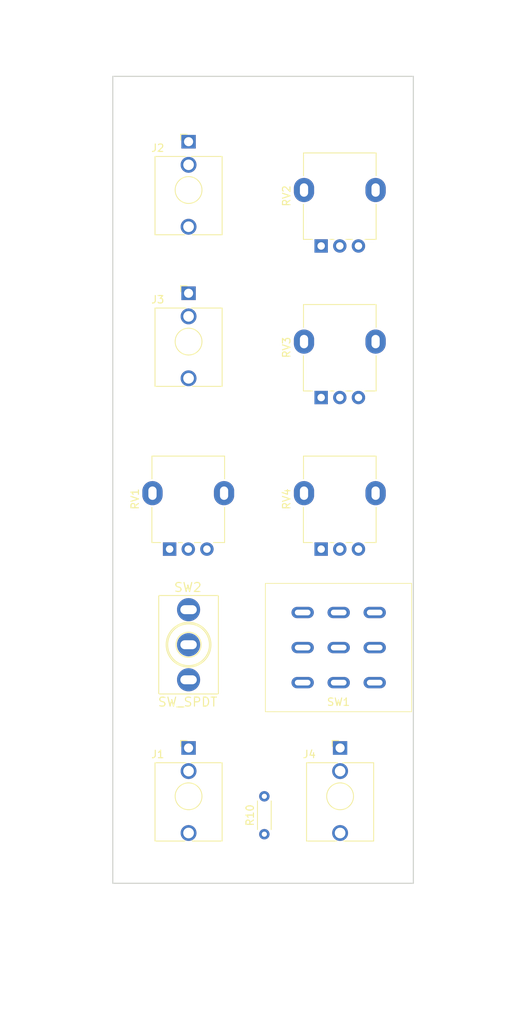
<source format=kicad_pcb>
(kicad_pcb (version 20171130) (host pcbnew 5.1.10)

  (general
    (thickness 1.6)
    (drawings 15)
    (tracks 0)
    (zones 0)
    (modules 15)
    (nets 29)
  )

  (page A4)
  (title_block
    (title "(title)")
    (comment 1 "PCB for panel")
    (comment 2 "(description)")
    (comment 4 "License CC BY 4.0 - Attribution 4.0 International")
  )

  (layers
    (0 F.Cu signal)
    (31 B.Cu signal)
    (32 B.Adhes user)
    (33 F.Adhes user)
    (34 B.Paste user)
    (35 F.Paste user)
    (36 B.SilkS user)
    (37 F.SilkS user)
    (38 B.Mask user)
    (39 F.Mask user)
    (40 Dwgs.User user)
    (41 Cmts.User user)
    (42 Eco1.User user)
    (43 Eco2.User user)
    (44 Edge.Cuts user)
    (45 Margin user)
    (46 B.CrtYd user)
    (47 F.CrtYd user)
    (48 B.Fab user)
    (49 F.Fab user)
  )

  (setup
    (last_trace_width 0.25)
    (user_trace_width 0.381)
    (user_trace_width 0.762)
    (trace_clearance 0.2)
    (zone_clearance 0.508)
    (zone_45_only no)
    (trace_min 0.2)
    (via_size 0.8)
    (via_drill 0.4)
    (via_min_size 0.4)
    (via_min_drill 0.3)
    (uvia_size 0.3)
    (uvia_drill 0.1)
    (uvias_allowed no)
    (uvia_min_size 0.2)
    (uvia_min_drill 0.1)
    (edge_width 0.05)
    (segment_width 0.2)
    (pcb_text_width 0.3)
    (pcb_text_size 1.5 1.5)
    (mod_edge_width 0.12)
    (mod_text_size 1 1)
    (mod_text_width 0.15)
    (pad_size 1.524 1.524)
    (pad_drill 0.762)
    (pad_to_mask_clearance 0)
    (aux_axis_origin 0 0)
    (visible_elements FFFFFF7F)
    (pcbplotparams
      (layerselection 0x010fc_ffffffff)
      (usegerberextensions false)
      (usegerberattributes true)
      (usegerberadvancedattributes true)
      (creategerberjobfile true)
      (excludeedgelayer true)
      (linewidth 0.100000)
      (plotframeref false)
      (viasonmask false)
      (mode 1)
      (useauxorigin false)
      (hpglpennumber 1)
      (hpglpenspeed 20)
      (hpglpendiameter 15.000000)
      (psnegative false)
      (psa4output false)
      (plotreference true)
      (plotvalue true)
      (plotinvisibletext false)
      (padsonsilk false)
      (subtractmaskfromsilk false)
      (outputformat 1)
      (mirror false)
      (drillshape 1)
      (scaleselection 1)
      (outputdirectory ""))
  )

  (net 0 "")
  (net 1 GND)
  (net 2 +15V)
  (net 3 "Net-(J2-PadT)")
  (net 4 "Net-(J3-PadT)")
  (net 5 "Net-(SW1-Pad7)")
  (net 6 "Net-(SW1-Pad6)")
  (net 7 "Net-(SW1-Pad3)")
  (net 8 /S4)
  (net 9 /S3)
  (net 10 "Net-(J2-PadTN)")
  (net 11 "Net-(J3-PadTN)")
  (net 12 "Net-(J4-PadTN)")
  (net 13 "Net-(J4-PadT)")
  (net 14 /S1)
  (net 15 /S2)
  (net 16 "Net-(J1-PadTN)")
  (net 17 "Net-(J1-PadS)")
  (net 18 "Net-(J1-PadT)")
  (net 19 "Net-(R10-Pad2)")
  (net 20 "Net-(RV1-Pad2)")
  (net 21 "Net-(RV2-Pad2)")
  (net 22 "Net-(RV3-Pad2)")
  (net 23 "Net-(RV4-Pad3)")
  (net 24 "Net-(RV4-Pad2)")
  (net 25 "Net-(RV4-Pad1)")
  (net 26 "Net-(SW2-Pad1)")
  (net 27 "Net-(SW2-Pad2)")
  (net 28 "Net-(SW2-Pad3)")

  (net_class Default "This is the default net class."
    (clearance 0.2)
    (trace_width 0.25)
    (via_dia 0.8)
    (via_drill 0.4)
    (uvia_dia 0.3)
    (uvia_drill 0.1)
    (add_net +15V)
    (add_net /S1)
    (add_net /S2)
    (add_net /S3)
    (add_net /S4)
    (add_net GND)
    (add_net "Net-(J1-PadS)")
    (add_net "Net-(J1-PadT)")
    (add_net "Net-(J1-PadTN)")
    (add_net "Net-(J2-PadT)")
    (add_net "Net-(J2-PadTN)")
    (add_net "Net-(J3-PadT)")
    (add_net "Net-(J3-PadTN)")
    (add_net "Net-(J4-PadT)")
    (add_net "Net-(J4-PadTN)")
    (add_net "Net-(R10-Pad2)")
    (add_net "Net-(RV1-Pad2)")
    (add_net "Net-(RV2-Pad2)")
    (add_net "Net-(RV3-Pad2)")
    (add_net "Net-(RV4-Pad1)")
    (add_net "Net-(RV4-Pad2)")
    (add_net "Net-(RV4-Pad3)")
    (add_net "Net-(SW1-Pad3)")
    (add_net "Net-(SW1-Pad6)")
    (add_net "Net-(SW1-Pad7)")
    (add_net "Net-(SW2-Pad1)")
    (add_net "Net-(SW2-Pad2)")
    (add_net "Net-(SW2-Pad3)")
  )

  (module elektrophon:SPDT_KIT (layer F.Cu) (tedit 5D74BD61) (tstamp 6117E400)
    (at 60.96 127)
    (path /61178968)
    (fp_text reference SW2 (at -2.032 -6.985) (layer F.SilkS)
      (effects (font (size 1.2065 1.2065) (thickness 0.1524)) (justify left bottom))
    )
    (fp_text value SW_SPDT (at -4.191 8.382) (layer F.SilkS)
      (effects (font (size 1.2065 1.2065) (thickness 0.1524)) (justify left bottom))
    )
    (fp_arc (start -3.8735 -6.477) (end -3.8735 -6.604) (angle -90) (layer F.SilkS) (width 0.125))
    (fp_arc (start 3.8735 6.477) (end 3.8735 6.604) (angle -90) (layer F.SilkS) (width 0.125))
    (fp_arc (start 3.8735 -6.477) (end 4.0005 -6.477) (angle -90) (layer F.SilkS) (width 0.125))
    (fp_arc (start -3.8735 6.477) (end -4.0005 6.477) (angle -90) (layer F.SilkS) (width 0.125))
    (fp_circle (center 0 0) (end 0.3175 -1.651) (layer F.SilkS) (width 0.125))
    (fp_circle (center 0 0) (end 0.254 -2.794) (layer F.SilkS) (width 0.125))
    (fp_circle (center 0 0) (end 2.4765 0) (layer Cmts.User) (width 0.0254))
    (fp_circle (center 0 0) (end 3 0) (layer F.SilkS) (width 0.125))
    (fp_line (start -4 6.5) (end -4 -6.5) (layer F.SilkS) (width 0.125))
    (fp_line (start 3.9 6.6) (end -3.9 6.6) (layer F.SilkS) (width 0.125))
    (fp_line (start 4 -6.5) (end 4 6.5) (layer F.SilkS) (width 0.125))
    (fp_line (start -3.9 -6.6) (end 3.9 -6.6) (layer F.SilkS) (width 0.125))
    (pad 1 thru_hole circle (at 0 -4.7) (size 3.1 3.1) (drill oval 2.2 1.2) (layers *.Cu *.Mask)
      (net 26 "Net-(SW2-Pad1)"))
    (pad 2 thru_hole circle (at 0 0) (size 3.1 3.1) (drill oval 2.2 1.2) (layers *.Cu *.Mask)
      (net 27 "Net-(SW2-Pad2)"))
    (pad 3 thru_hole circle (at 0 4.7) (size 3.1 3.1) (drill oval 2.2 1.2) (layers *.Cu *.Mask)
      (net 28 "Net-(SW2-Pad3)"))
    (model "/Users/design/Google Drive/4ms/kicad/packages3d/spdt-toggle-submini.wrl"
      (offset (xyz 0 0 2.79399995803833))
      (scale (xyz 0.39 0.39 0.39))
      (rotate (xyz 270 0 90))
    )
    (model "/home/etienne/Projects/elektrophon/lib/kicad/models/SPDT Toggle Switch.stp"
      (offset (xyz 3.5 -12 0))
      (scale (xyz 1 1 1))
      (rotate (xyz -90 0 90))
    )
  )

  (module elektrophon:3PDT (layer F.Cu) (tedit 61177F40) (tstamp 6117CAB5)
    (at 81.06 127.38)
    (path /6117D57A)
    (fp_text reference SW1 (at 0 7.3) (layer F.SilkS)
      (effects (font (size 1 1) (thickness 0.15)))
    )
    (fp_text value SWITCH_3PDT (at 0 -7.2) (layer F.Fab)
      (effects (font (size 1 1) (thickness 0.15)))
    )
    (fp_line (start 0 8.6) (end -8.6 8.6) (layer F.SilkS) (width 0.1))
    (fp_line (start 9.8 8.6) (end 0 8.6) (layer F.SilkS) (width 0.1))
    (fp_line (start 9.8 0) (end 9.8 8.6) (layer F.SilkS) (width 0.1))
    (fp_line (start 9.8 -8.6) (end 9.8 0) (layer F.SilkS) (width 0.1))
    (fp_line (start -8.6 -8.6) (end 0 -8.6) (layer F.SilkS) (width 0.1))
    (fp_line (start -9.8 -8.6) (end -8.6 -8.6) (layer F.SilkS) (width 0.1))
    (fp_line (start -9.8 0) (end -9.8 -8.6) (layer F.SilkS) (width 0.1))
    (fp_line (start -9.8 8.6) (end -9.8 0) (layer F.SilkS) (width 0.1))
    (fp_line (start -8.6 8.6) (end -9.8 8.6) (layer F.SilkS) (width 0.1))
    (fp_line (start 9.8 -8.6) (end 9.7 -8.6) (layer F.SilkS) (width 0.1))
    (fp_line (start 0 -8.6) (end 9.8 -8.6) (layer F.SilkS) (width 0.1))
    (pad 1 thru_hole oval (at 4.86 4.7) (size 3 1.524) (drill oval 2.1 0.762) (layers *.Cu *.Mask)
      (net 1 GND))
    (pad 4 thru_hole oval (at 0.03 4.7) (size 3 1.524) (drill oval 2.1 0.762) (layers *.Cu *.Mask)
      (net 1 GND))
    (pad 7 thru_hole oval (at -4.8 4.7) (size 3 1.524) (drill oval 2.1 0.762) (layers *.Cu *.Mask)
      (net 5 "Net-(SW1-Pad7)"))
    (pad 2 thru_hole oval (at 4.86 0) (size 3 1.524) (drill oval 2.1 0.762) (layers *.Cu *.Mask)
      (net 14 /S1))
    (pad 5 thru_hole oval (at 0.03 0) (size 3 1.524) (drill oval 2.1 0.762) (layers *.Cu *.Mask)
      (net 15 /S2))
    (pad 8 thru_hole oval (at -4.8 0) (size 3 1.524) (drill oval 2.1 0.762) (layers *.Cu *.Mask)
      (net 9 /S3))
    (pad 3 thru_hole oval (at 4.86 -4.7) (size 3 1.524) (drill oval 2.1 0.762) (layers *.Cu *.Mask)
      (net 7 "Net-(SW1-Pad3)"))
    (pad 6 thru_hole oval (at 0.03 -4.7) (size 3 1.524) (drill oval 2.1 0.762) (layers *.Cu *.Mask)
      (net 6 "Net-(SW1-Pad6)"))
    (pad 9 thru_hole oval (at -4.8 -4.7) (size 3 1.524) (drill oval 2.1 0.762) (layers *.Cu *.Mask)
      (net 8 /S4))
    (model /home/etienne/Documents/elektrophon/lib/kicad/models/M2033SS1W01.stp
      (offset (xyz 0 0 12))
      (scale (xyz 1 1 1))
      (rotate (xyz -90 0 0))
    )
  )

  (module elektrophon:Jack_3.5mm_WQP-PJ398SM_Vertical (layer F.Cu) (tedit 5DA46BDA) (tstamp 611781CA)
    (at 60.96 147.32)
    (descr "TRS 3.5mm, vertical, Thonkiconn, PCB mount, (http://www.qingpu-electronics.com/en/products/WQP-PJ398SM-362.html)")
    (tags "WQP-PJ398SM WQP-PJ301M-12 TRS 3.5mm mono vertical jack thonkiconn qingpu")
    (path /611C9A2D)
    (fp_text reference J1 (at -4.13 -5.63) (layer F.SilkS)
      (effects (font (size 1 1) (thickness 0.15)))
    )
    (fp_text value IN (at 0 -1.48) (layer F.Fab)
      (effects (font (size 1 1) (thickness 0.15)))
    )
    (fp_line (start 0 -6.48) (end 0 -4.45) (layer F.Fab) (width 0.1))
    (fp_circle (center 0 0) (end 1.8 0) (layer F.Fab) (width 0.1))
    (fp_line (start 4.5 -4.45) (end -4.5 -4.45) (layer F.Fab) (width 0.1))
    (fp_line (start 5 -7.9) (end -5 -7.9) (layer F.CrtYd) (width 0.05))
    (fp_line (start 5 6.5) (end -5 6.5) (layer F.CrtYd) (width 0.05))
    (fp_line (start 5 6.5) (end 5 -7.9) (layer F.CrtYd) (width 0.05))
    (fp_line (start 4.5 6) (end -4.5 6) (layer F.Fab) (width 0.1))
    (fp_line (start 4.5 6) (end 4.5 -4.4) (layer F.Fab) (width 0.1))
    (fp_line (start -1.06 -7.48) (end -0.2 -7.48) (layer F.SilkS) (width 0.12))
    (fp_line (start -1.06 -7.48) (end -1.06 -6.68) (layer F.SilkS) (width 0.12))
    (fp_circle (center 0 0) (end 1.8 0) (layer F.SilkS) (width 0.12))
    (fp_line (start -0.35 -4.5) (end -4.5 -4.5) (layer F.SilkS) (width 0.12))
    (fp_line (start 4.5 -4.5) (end 0.35 -4.5) (layer F.SilkS) (width 0.12))
    (fp_line (start -0.5 6) (end -4.5 6) (layer F.SilkS) (width 0.12))
    (fp_line (start 4.5 6) (end 0.5 6) (layer F.SilkS) (width 0.12))
    (fp_line (start -1.41 -0.46) (end -0.46 -1.41) (layer Dwgs.User) (width 0.12))
    (fp_line (start -1.42 0.395) (end 0.4 -1.42) (layer Dwgs.User) (width 0.12))
    (fp_line (start -1.07 1.01) (end 1.01 -1.07) (layer Dwgs.User) (width 0.12))
    (fp_line (start -0.58 1.35) (end 1.36 -0.59) (layer Dwgs.User) (width 0.12))
    (fp_line (start 0.09 1.48) (end 1.48 0.09) (layer Dwgs.User) (width 0.12))
    (fp_circle (center 0 0) (end 1.5 0) (layer Dwgs.User) (width 0.12))
    (fp_line (start 4.5 -4.5) (end 4.5 6) (layer F.SilkS) (width 0.12))
    (fp_line (start -4.5 -4.5) (end -4.5 6) (layer F.SilkS) (width 0.12))
    (fp_line (start -4.5 6) (end -4.5 -4.4) (layer F.Fab) (width 0.1))
    (fp_line (start -5 6.5) (end -5 -7.9) (layer F.CrtYd) (width 0.05))
    (fp_text user KEEPOUT (at 0 0 180) (layer Cmts.User)
      (effects (font (size 0.4 0.4) (thickness 0.051)))
    )
    (fp_text user %R (at 0 1.52) (layer F.Fab)
      (effects (font (size 1 1) (thickness 0.15)))
    )
    (pad TN thru_hole circle (at 0 -3.38 180) (size 2.13 2.13) (drill 1.42) (layers *.Cu *.Mask)
      (net 16 "Net-(J1-PadTN)"))
    (pad S thru_hole rect (at 0 -6.48 180) (size 1.93 1.83) (drill 1.22) (layers *.Cu *.Mask)
      (net 17 "Net-(J1-PadS)"))
    (pad T thru_hole circle (at 0 4.92 180) (size 2.13 2.13) (drill 1.43) (layers *.Cu *.Mask)
      (net 18 "Net-(J1-PadT)"))
    (model ${KISYS3DMOD}/Connector_Audio.3dshapes/Jack_3.5mm_QingPu_WQP-PJ398SM_Vertical.wrl
      (at (xyz 0 0 0))
      (scale (xyz 1 1 1))
      (rotate (xyz 0 0 0))
    )
    (model "${KIPRJMOD}/../../../lib/kicad/models/PJ301M-12 Thonkiconn v0.2.stp"
      (offset (xyz 0 -1 0))
      (scale (xyz 1 1 1))
      (rotate (xyz 0 0 180))
    )
  )

  (module elektrophon:Jack_3.5mm_WQP-PJ398SM_Vertical (layer F.Cu) (tedit 5DA46BDA) (tstamp 6117DE7E)
    (at 81.28 147.32)
    (descr "TRS 3.5mm, vertical, Thonkiconn, PCB mount, (http://www.qingpu-electronics.com/en/products/WQP-PJ398SM-362.html)")
    (tags "WQP-PJ398SM WQP-PJ301M-12 TRS 3.5mm mono vertical jack thonkiconn qingpu")
    (path /612055E8)
    (fp_text reference J4 (at -4.13 -5.63) (layer F.SilkS)
      (effects (font (size 1 1) (thickness 0.15)))
    )
    (fp_text value CV (at 0 -1.48) (layer F.Fab)
      (effects (font (size 1 1) (thickness 0.15)))
    )
    (fp_line (start 0 -6.48) (end 0 -4.45) (layer F.Fab) (width 0.1))
    (fp_circle (center 0 0) (end 1.8 0) (layer F.Fab) (width 0.1))
    (fp_line (start 4.5 -4.45) (end -4.5 -4.45) (layer F.Fab) (width 0.1))
    (fp_line (start 5 -7.9) (end -5 -7.9) (layer F.CrtYd) (width 0.05))
    (fp_line (start 5 6.5) (end -5 6.5) (layer F.CrtYd) (width 0.05))
    (fp_line (start 5 6.5) (end 5 -7.9) (layer F.CrtYd) (width 0.05))
    (fp_line (start 4.5 6) (end -4.5 6) (layer F.Fab) (width 0.1))
    (fp_line (start 4.5 6) (end 4.5 -4.4) (layer F.Fab) (width 0.1))
    (fp_line (start -1.06 -7.48) (end -0.2 -7.48) (layer F.SilkS) (width 0.12))
    (fp_line (start -1.06 -7.48) (end -1.06 -6.68) (layer F.SilkS) (width 0.12))
    (fp_circle (center 0 0) (end 1.8 0) (layer F.SilkS) (width 0.12))
    (fp_line (start -0.35 -4.5) (end -4.5 -4.5) (layer F.SilkS) (width 0.12))
    (fp_line (start 4.5 -4.5) (end 0.35 -4.5) (layer F.SilkS) (width 0.12))
    (fp_line (start -0.5 6) (end -4.5 6) (layer F.SilkS) (width 0.12))
    (fp_line (start 4.5 6) (end 0.5 6) (layer F.SilkS) (width 0.12))
    (fp_line (start -1.41 -0.46) (end -0.46 -1.41) (layer Dwgs.User) (width 0.12))
    (fp_line (start -1.42 0.395) (end 0.4 -1.42) (layer Dwgs.User) (width 0.12))
    (fp_line (start -1.07 1.01) (end 1.01 -1.07) (layer Dwgs.User) (width 0.12))
    (fp_line (start -0.58 1.35) (end 1.36 -0.59) (layer Dwgs.User) (width 0.12))
    (fp_line (start 0.09 1.48) (end 1.48 0.09) (layer Dwgs.User) (width 0.12))
    (fp_circle (center 0 0) (end 1.5 0) (layer Dwgs.User) (width 0.12))
    (fp_line (start 4.5 -4.5) (end 4.5 6) (layer F.SilkS) (width 0.12))
    (fp_line (start -4.5 -4.5) (end -4.5 6) (layer F.SilkS) (width 0.12))
    (fp_line (start -4.5 6) (end -4.5 -4.4) (layer F.Fab) (width 0.1))
    (fp_line (start -5 6.5) (end -5 -7.9) (layer F.CrtYd) (width 0.05))
    (fp_text user KEEPOUT (at 0 0 180) (layer Cmts.User)
      (effects (font (size 0.4 0.4) (thickness 0.051)))
    )
    (fp_text user %R (at 0 1.52) (layer F.Fab)
      (effects (font (size 1 1) (thickness 0.15)))
    )
    (pad TN thru_hole circle (at 0 -3.38 180) (size 2.13 2.13) (drill 1.42) (layers *.Cu *.Mask)
      (net 12 "Net-(J4-PadTN)"))
    (pad S thru_hole rect (at 0 -6.48 180) (size 1.93 1.83) (drill 1.22) (layers *.Cu *.Mask)
      (net 1 GND))
    (pad T thru_hole circle (at 0 4.92 180) (size 2.13 2.13) (drill 1.43) (layers *.Cu *.Mask)
      (net 13 "Net-(J4-PadT)"))
    (model ${KISYS3DMOD}/Connector_Audio.3dshapes/Jack_3.5mm_QingPu_WQP-PJ398SM_Vertical.wrl
      (at (xyz 0 0 0))
      (scale (xyz 1 1 1))
      (rotate (xyz 0 0 0))
    )
    (model "${KIPRJMOD}/../../../lib/kicad/models/PJ301M-12 Thonkiconn v0.2.stp"
      (offset (xyz 0 -1 0))
      (scale (xyz 1 1 1))
      (rotate (xyz 0 0 180))
    )
  )

  (module elektrophon:Jack_3.5mm_WQP-PJ398SM_Vertical (layer F.Cu) (tedit 5DA46BDA) (tstamp 6117C7FA)
    (at 60.96 86.36)
    (descr "TRS 3.5mm, vertical, Thonkiconn, PCB mount, (http://www.qingpu-electronics.com/en/products/WQP-PJ398SM-362.html)")
    (tags "WQP-PJ398SM WQP-PJ301M-12 TRS 3.5mm mono vertical jack thonkiconn qingpu")
    (path /6116680B)
    (fp_text reference J3 (at -4.13 -5.63) (layer F.SilkS)
      (effects (font (size 1 1) (thickness 0.15)))
    )
    (fp_text value CV2 (at 0 -1.48) (layer F.Fab)
      (effects (font (size 1 1) (thickness 0.15)))
    )
    (fp_line (start 0 -6.48) (end 0 -4.45) (layer F.Fab) (width 0.1))
    (fp_circle (center 0 0) (end 1.8 0) (layer F.Fab) (width 0.1))
    (fp_line (start 4.5 -4.45) (end -4.5 -4.45) (layer F.Fab) (width 0.1))
    (fp_line (start 5 -7.9) (end -5 -7.9) (layer F.CrtYd) (width 0.05))
    (fp_line (start 5 6.5) (end -5 6.5) (layer F.CrtYd) (width 0.05))
    (fp_line (start 5 6.5) (end 5 -7.9) (layer F.CrtYd) (width 0.05))
    (fp_line (start 4.5 6) (end -4.5 6) (layer F.Fab) (width 0.1))
    (fp_line (start 4.5 6) (end 4.5 -4.4) (layer F.Fab) (width 0.1))
    (fp_line (start -1.06 -7.48) (end -0.2 -7.48) (layer F.SilkS) (width 0.12))
    (fp_line (start -1.06 -7.48) (end -1.06 -6.68) (layer F.SilkS) (width 0.12))
    (fp_circle (center 0 0) (end 1.8 0) (layer F.SilkS) (width 0.12))
    (fp_line (start -0.35 -4.5) (end -4.5 -4.5) (layer F.SilkS) (width 0.12))
    (fp_line (start 4.5 -4.5) (end 0.35 -4.5) (layer F.SilkS) (width 0.12))
    (fp_line (start -0.5 6) (end -4.5 6) (layer F.SilkS) (width 0.12))
    (fp_line (start 4.5 6) (end 0.5 6) (layer F.SilkS) (width 0.12))
    (fp_line (start -1.41 -0.46) (end -0.46 -1.41) (layer Dwgs.User) (width 0.12))
    (fp_line (start -1.42 0.395) (end 0.4 -1.42) (layer Dwgs.User) (width 0.12))
    (fp_line (start -1.07 1.01) (end 1.01 -1.07) (layer Dwgs.User) (width 0.12))
    (fp_line (start -0.58 1.35) (end 1.36 -0.59) (layer Dwgs.User) (width 0.12))
    (fp_line (start 0.09 1.48) (end 1.48 0.09) (layer Dwgs.User) (width 0.12))
    (fp_circle (center 0 0) (end 1.5 0) (layer Dwgs.User) (width 0.12))
    (fp_line (start 4.5 -4.5) (end 4.5 6) (layer F.SilkS) (width 0.12))
    (fp_line (start -4.5 -4.5) (end -4.5 6) (layer F.SilkS) (width 0.12))
    (fp_line (start -4.5 6) (end -4.5 -4.4) (layer F.Fab) (width 0.1))
    (fp_line (start -5 6.5) (end -5 -7.9) (layer F.CrtYd) (width 0.05))
    (fp_text user KEEPOUT (at 0 0 180) (layer Cmts.User)
      (effects (font (size 0.4 0.4) (thickness 0.051)))
    )
    (fp_text user %R (at 0 1.52) (layer F.Fab)
      (effects (font (size 1 1) (thickness 0.15)))
    )
    (pad TN thru_hole circle (at 0 -3.38 180) (size 2.13 2.13) (drill 1.42) (layers *.Cu *.Mask)
      (net 11 "Net-(J3-PadTN)"))
    (pad S thru_hole rect (at 0 -6.48 180) (size 1.93 1.83) (drill 1.22) (layers *.Cu *.Mask)
      (net 1 GND))
    (pad T thru_hole circle (at 0 4.92 180) (size 2.13 2.13) (drill 1.43) (layers *.Cu *.Mask)
      (net 4 "Net-(J3-PadT)"))
    (model ${KISYS3DMOD}/Connector_Audio.3dshapes/Jack_3.5mm_QingPu_WQP-PJ398SM_Vertical.wrl
      (at (xyz 0 0 0))
      (scale (xyz 1 1 1))
      (rotate (xyz 0 0 0))
    )
    (model "${KIPRJMOD}/../../../lib/kicad/models/PJ301M-12 Thonkiconn v0.2.stp"
      (offset (xyz 0 -1 0))
      (scale (xyz 1 1 1))
      (rotate (xyz 0 0 180))
    )
  )

  (module elektrophon:Jack_3.5mm_WQP-PJ398SM_Vertical (layer F.Cu) (tedit 5DA46BDA) (tstamp 6117C7D8)
    (at 60.96 66.04)
    (descr "TRS 3.5mm, vertical, Thonkiconn, PCB mount, (http://www.qingpu-electronics.com/en/products/WQP-PJ398SM-362.html)")
    (tags "WQP-PJ398SM WQP-PJ301M-12 TRS 3.5mm mono vertical jack thonkiconn qingpu")
    (path /61160212)
    (fp_text reference J2 (at -4.13 -5.63) (layer F.SilkS)
      (effects (font (size 1 1) (thickness 0.15)))
    )
    (fp_text value CV1 (at 0 -1.48) (layer F.Fab)
      (effects (font (size 1 1) (thickness 0.15)))
    )
    (fp_line (start 0 -6.48) (end 0 -4.45) (layer F.Fab) (width 0.1))
    (fp_circle (center 0 0) (end 1.8 0) (layer F.Fab) (width 0.1))
    (fp_line (start 4.5 -4.45) (end -4.5 -4.45) (layer F.Fab) (width 0.1))
    (fp_line (start 5 -7.9) (end -5 -7.9) (layer F.CrtYd) (width 0.05))
    (fp_line (start 5 6.5) (end -5 6.5) (layer F.CrtYd) (width 0.05))
    (fp_line (start 5 6.5) (end 5 -7.9) (layer F.CrtYd) (width 0.05))
    (fp_line (start 4.5 6) (end -4.5 6) (layer F.Fab) (width 0.1))
    (fp_line (start 4.5 6) (end 4.5 -4.4) (layer F.Fab) (width 0.1))
    (fp_line (start -1.06 -7.48) (end -0.2 -7.48) (layer F.SilkS) (width 0.12))
    (fp_line (start -1.06 -7.48) (end -1.06 -6.68) (layer F.SilkS) (width 0.12))
    (fp_circle (center 0 0) (end 1.8 0) (layer F.SilkS) (width 0.12))
    (fp_line (start -0.35 -4.5) (end -4.5 -4.5) (layer F.SilkS) (width 0.12))
    (fp_line (start 4.5 -4.5) (end 0.35 -4.5) (layer F.SilkS) (width 0.12))
    (fp_line (start -0.5 6) (end -4.5 6) (layer F.SilkS) (width 0.12))
    (fp_line (start 4.5 6) (end 0.5 6) (layer F.SilkS) (width 0.12))
    (fp_line (start -1.41 -0.46) (end -0.46 -1.41) (layer Dwgs.User) (width 0.12))
    (fp_line (start -1.42 0.395) (end 0.4 -1.42) (layer Dwgs.User) (width 0.12))
    (fp_line (start -1.07 1.01) (end 1.01 -1.07) (layer Dwgs.User) (width 0.12))
    (fp_line (start -0.58 1.35) (end 1.36 -0.59) (layer Dwgs.User) (width 0.12))
    (fp_line (start 0.09 1.48) (end 1.48 0.09) (layer Dwgs.User) (width 0.12))
    (fp_circle (center 0 0) (end 1.5 0) (layer Dwgs.User) (width 0.12))
    (fp_line (start 4.5 -4.5) (end 4.5 6) (layer F.SilkS) (width 0.12))
    (fp_line (start -4.5 -4.5) (end -4.5 6) (layer F.SilkS) (width 0.12))
    (fp_line (start -4.5 6) (end -4.5 -4.4) (layer F.Fab) (width 0.1))
    (fp_line (start -5 6.5) (end -5 -7.9) (layer F.CrtYd) (width 0.05))
    (fp_text user KEEPOUT (at 0 0 180) (layer Cmts.User)
      (effects (font (size 0.4 0.4) (thickness 0.051)))
    )
    (fp_text user %R (at 0 1.52) (layer F.Fab)
      (effects (font (size 1 1) (thickness 0.15)))
    )
    (pad TN thru_hole circle (at 0 -3.38 180) (size 2.13 2.13) (drill 1.42) (layers *.Cu *.Mask)
      (net 10 "Net-(J2-PadTN)"))
    (pad S thru_hole rect (at 0 -6.48 180) (size 1.93 1.83) (drill 1.22) (layers *.Cu *.Mask)
      (net 1 GND))
    (pad T thru_hole circle (at 0 4.92 180) (size 2.13 2.13) (drill 1.43) (layers *.Cu *.Mask)
      (net 3 "Net-(J2-PadT)"))
    (model ${KISYS3DMOD}/Connector_Audio.3dshapes/Jack_3.5mm_QingPu_WQP-PJ398SM_Vertical.wrl
      (at (xyz 0 0 0))
      (scale (xyz 1 1 1))
      (rotate (xyz 0 0 0))
    )
    (model "${KIPRJMOD}/../../../lib/kicad/models/PJ301M-12 Thonkiconn v0.2.stp"
      (offset (xyz 0 -1 0))
      (scale (xyz 1 1 1))
      (rotate (xyz 0 0 180))
    )
  )

  (module elektrophon:Potentiometer_Alpha_RD901F-40-00D_Single_Vertical (layer F.Cu) (tedit 5DA46BB9) (tstamp 6117CA81)
    (at 81.28 106.68 90)
    (descr "Potentiometer, vertical, 9mm, single, http://www.taiwanalpha.com.tw/downloads?target=products&id=113")
    (tags "potentiometer vertical 9mm single")
    (path /6126F85B)
    (fp_text reference RV4 (at -0.79 -7.18 270) (layer F.SilkS)
      (effects (font (size 1 1) (thickness 0.15)))
    )
    (fp_text value 50k (at -7.5 7.32 270) (layer F.Fab)
      (effects (font (size 1 1) (thickness 0.15)))
    )
    (fp_line (start -6.62 1.62) (end -6.62 0.79) (layer F.SilkS) (width 0.12))
    (fp_line (start -6.62 -0.83) (end -6.62 -1.36) (layer F.SilkS) (width 0.12))
    (fp_line (start -6.62 -3.73) (end -6.62 -4.91) (layer F.SilkS) (width 0.12))
    (fp_line (start -6.62 4.83) (end -1.9 4.83) (layer F.SilkS) (width 0.12))
    (fp_line (start 1.91 -4.91) (end 4.97 -4.91) (layer F.SilkS) (width 0.12))
    (fp_line (start -6.5 4.71) (end 4.85 4.71) (layer F.Fab) (width 0.1))
    (fp_line (start -6.5 -4.79) (end 4.85 -4.79) (layer F.Fab) (width 0.1))
    (fp_line (start 4.85 4.71) (end 4.85 -4.79) (layer F.Fab) (width 0.1))
    (fp_line (start -6.5 4.71) (end -6.5 -4.79) (layer F.Fab) (width 0.1))
    (fp_circle (center 0 -0.04) (end 0 -3.54) (layer F.Fab) (width 0.1))
    (fp_line (start -6.62 -4.92) (end -1.9 -4.92) (layer F.SilkS) (width 0.12))
    (fp_line (start 1.91 4.83) (end 4.97 4.83) (layer F.SilkS) (width 0.12))
    (fp_line (start -6.62 4.83) (end -6.62 3.34) (layer F.SilkS) (width 0.12))
    (fp_line (start 4.97 4.83) (end 4.97 -4.91) (layer F.SilkS) (width 0.12))
    (fp_line (start 5.1 6.37) (end 5.1 -6.45) (layer F.CrtYd) (width 0.05))
    (fp_line (start 5.1 -6.45) (end -8.65 -6.45) (layer F.CrtYd) (width 0.05))
    (fp_line (start -8.65 -6.45) (end -8.65 6.37) (layer F.CrtYd) (width 0.05))
    (fp_line (start -8.65 6.37) (end 5.1 6.37) (layer F.CrtYd) (width 0.05))
    (fp_text user %R (at 0.12 0 90) (layer F.Fab)
      (effects (font (size 1 1) (thickness 0.15)))
    )
    (pad "" thru_hole oval (at 0 -4.84 180) (size 2.72 3.24) (drill oval 1.1 1.8) (layers *.Cu *.Mask))
    (pad "" thru_hole oval (at 0 4.76 180) (size 2.72 3.24) (drill oval 1.1 1.8) (layers *.Cu *.Mask))
    (pad 3 thru_hole circle (at -7.5 2.46 180) (size 1.8 1.8) (drill 1) (layers *.Cu *.Mask)
      (net 23 "Net-(RV4-Pad3)"))
    (pad 2 thru_hole circle (at -7.5 -0.04 180) (size 1.8 1.8) (drill 1) (layers *.Cu *.Mask)
      (net 24 "Net-(RV4-Pad2)"))
    (pad 1 thru_hole rect (at -7.5 -2.54 180) (size 1.8 1.8) (drill 1) (layers *.Cu *.Mask)
      (net 25 "Net-(RV4-Pad1)"))
    (model ${KISYS3DMOD}/Potentiometer_THT.3dshapes/Potentiometer_Alpha_RD901F-40-00D_Single_Vertical.wrl
      (at (xyz 0 0 0))
      (scale (xyz 1 1 1))
      (rotate (xyz 0 0 0))
    )
    (model ${KIPRJMOD}/../../../lib/kicad/models/ALPHA-RD901F-40.step
      (at (xyz 0 0 0))
      (scale (xyz 1 1 1))
      (rotate (xyz 0 0 90))
    )
  )

  (module elektrophon:Potentiometer_Alpha_RD901F-40-00D_Single_Vertical (layer F.Cu) (tedit 5DA46BB9) (tstamp 6117CA65)
    (at 81.28 86.36 90)
    (descr "Potentiometer, vertical, 9mm, single, http://www.taiwanalpha.com.tw/downloads?target=products&id=113")
    (tags "potentiometer vertical 9mm single")
    (path /61166812)
    (fp_text reference RV3 (at -0.79 -7.18 270) (layer F.SilkS)
      (effects (font (size 1 1) (thickness 0.15)))
    )
    (fp_text value 100k (at -7.5 7.32 270) (layer F.Fab)
      (effects (font (size 1 1) (thickness 0.15)))
    )
    (fp_line (start -6.62 1.62) (end -6.62 0.79) (layer F.SilkS) (width 0.12))
    (fp_line (start -6.62 -0.83) (end -6.62 -1.36) (layer F.SilkS) (width 0.12))
    (fp_line (start -6.62 -3.73) (end -6.62 -4.91) (layer F.SilkS) (width 0.12))
    (fp_line (start -6.62 4.83) (end -1.9 4.83) (layer F.SilkS) (width 0.12))
    (fp_line (start 1.91 -4.91) (end 4.97 -4.91) (layer F.SilkS) (width 0.12))
    (fp_line (start -6.5 4.71) (end 4.85 4.71) (layer F.Fab) (width 0.1))
    (fp_line (start -6.5 -4.79) (end 4.85 -4.79) (layer F.Fab) (width 0.1))
    (fp_line (start 4.85 4.71) (end 4.85 -4.79) (layer F.Fab) (width 0.1))
    (fp_line (start -6.5 4.71) (end -6.5 -4.79) (layer F.Fab) (width 0.1))
    (fp_circle (center 0 -0.04) (end 0 -3.54) (layer F.Fab) (width 0.1))
    (fp_line (start -6.62 -4.92) (end -1.9 -4.92) (layer F.SilkS) (width 0.12))
    (fp_line (start 1.91 4.83) (end 4.97 4.83) (layer F.SilkS) (width 0.12))
    (fp_line (start -6.62 4.83) (end -6.62 3.34) (layer F.SilkS) (width 0.12))
    (fp_line (start 4.97 4.83) (end 4.97 -4.91) (layer F.SilkS) (width 0.12))
    (fp_line (start 5.1 6.37) (end 5.1 -6.45) (layer F.CrtYd) (width 0.05))
    (fp_line (start 5.1 -6.45) (end -8.65 -6.45) (layer F.CrtYd) (width 0.05))
    (fp_line (start -8.65 -6.45) (end -8.65 6.37) (layer F.CrtYd) (width 0.05))
    (fp_line (start -8.65 6.37) (end 5.1 6.37) (layer F.CrtYd) (width 0.05))
    (fp_text user %R (at 0.12 0 90) (layer F.Fab)
      (effects (font (size 1 1) (thickness 0.15)))
    )
    (pad "" thru_hole oval (at 0 -4.84 180) (size 2.72 3.24) (drill oval 1.1 1.8) (layers *.Cu *.Mask))
    (pad "" thru_hole oval (at 0 4.76 180) (size 2.72 3.24) (drill oval 1.1 1.8) (layers *.Cu *.Mask))
    (pad 3 thru_hole circle (at -7.5 2.46 180) (size 1.8 1.8) (drill 1) (layers *.Cu *.Mask)
      (net 4 "Net-(J3-PadT)"))
    (pad 2 thru_hole circle (at -7.5 -0.04 180) (size 1.8 1.8) (drill 1) (layers *.Cu *.Mask)
      (net 22 "Net-(RV3-Pad2)"))
    (pad 1 thru_hole rect (at -7.5 -2.54 180) (size 1.8 1.8) (drill 1) (layers *.Cu *.Mask)
      (net 1 GND))
    (model ${KISYS3DMOD}/Potentiometer_THT.3dshapes/Potentiometer_Alpha_RD901F-40-00D_Single_Vertical.wrl
      (at (xyz 0 0 0))
      (scale (xyz 1 1 1))
      (rotate (xyz 0 0 0))
    )
    (model ${KIPRJMOD}/../../../lib/kicad/models/ALPHA-RD901F-40.step
      (at (xyz 0 0 0))
      (scale (xyz 1 1 1))
      (rotate (xyz 0 0 90))
    )
  )

  (module elektrophon:Potentiometer_Alpha_RD901F-40-00D_Single_Vertical (layer F.Cu) (tedit 5DA46BB9) (tstamp 6117CA49)
    (at 81.28 66.04 90)
    (descr "Potentiometer, vertical, 9mm, single, http://www.taiwanalpha.com.tw/downloads?target=products&id=113")
    (tags "potentiometer vertical 9mm single")
    (path /611636A3)
    (fp_text reference RV2 (at -0.79 -7.18 270) (layer F.SilkS)
      (effects (font (size 1 1) (thickness 0.15)))
    )
    (fp_text value 100k (at -7.5 7.32 270) (layer F.Fab)
      (effects (font (size 1 1) (thickness 0.15)))
    )
    (fp_line (start -6.62 1.62) (end -6.62 0.79) (layer F.SilkS) (width 0.12))
    (fp_line (start -6.62 -0.83) (end -6.62 -1.36) (layer F.SilkS) (width 0.12))
    (fp_line (start -6.62 -3.73) (end -6.62 -4.91) (layer F.SilkS) (width 0.12))
    (fp_line (start -6.62 4.83) (end -1.9 4.83) (layer F.SilkS) (width 0.12))
    (fp_line (start 1.91 -4.91) (end 4.97 -4.91) (layer F.SilkS) (width 0.12))
    (fp_line (start -6.5 4.71) (end 4.85 4.71) (layer F.Fab) (width 0.1))
    (fp_line (start -6.5 -4.79) (end 4.85 -4.79) (layer F.Fab) (width 0.1))
    (fp_line (start 4.85 4.71) (end 4.85 -4.79) (layer F.Fab) (width 0.1))
    (fp_line (start -6.5 4.71) (end -6.5 -4.79) (layer F.Fab) (width 0.1))
    (fp_circle (center 0 -0.04) (end 0 -3.54) (layer F.Fab) (width 0.1))
    (fp_line (start -6.62 -4.92) (end -1.9 -4.92) (layer F.SilkS) (width 0.12))
    (fp_line (start 1.91 4.83) (end 4.97 4.83) (layer F.SilkS) (width 0.12))
    (fp_line (start -6.62 4.83) (end -6.62 3.34) (layer F.SilkS) (width 0.12))
    (fp_line (start 4.97 4.83) (end 4.97 -4.91) (layer F.SilkS) (width 0.12))
    (fp_line (start 5.1 6.37) (end 5.1 -6.45) (layer F.CrtYd) (width 0.05))
    (fp_line (start 5.1 -6.45) (end -8.65 -6.45) (layer F.CrtYd) (width 0.05))
    (fp_line (start -8.65 -6.45) (end -8.65 6.37) (layer F.CrtYd) (width 0.05))
    (fp_line (start -8.65 6.37) (end 5.1 6.37) (layer F.CrtYd) (width 0.05))
    (fp_text user %R (at 0.12 0 90) (layer F.Fab)
      (effects (font (size 1 1) (thickness 0.15)))
    )
    (pad "" thru_hole oval (at 0 -4.84 180) (size 2.72 3.24) (drill oval 1.1 1.8) (layers *.Cu *.Mask))
    (pad "" thru_hole oval (at 0 4.76 180) (size 2.72 3.24) (drill oval 1.1 1.8) (layers *.Cu *.Mask))
    (pad 3 thru_hole circle (at -7.5 2.46 180) (size 1.8 1.8) (drill 1) (layers *.Cu *.Mask)
      (net 3 "Net-(J2-PadT)"))
    (pad 2 thru_hole circle (at -7.5 -0.04 180) (size 1.8 1.8) (drill 1) (layers *.Cu *.Mask)
      (net 21 "Net-(RV2-Pad2)"))
    (pad 1 thru_hole rect (at -7.5 -2.54 180) (size 1.8 1.8) (drill 1) (layers *.Cu *.Mask)
      (net 1 GND))
    (model ${KISYS3DMOD}/Potentiometer_THT.3dshapes/Potentiometer_Alpha_RD901F-40-00D_Single_Vertical.wrl
      (at (xyz 0 0 0))
      (scale (xyz 1 1 1))
      (rotate (xyz 0 0 0))
    )
    (model ${KIPRJMOD}/../../../lib/kicad/models/ALPHA-RD901F-40.step
      (at (xyz 0 0 0))
      (scale (xyz 1 1 1))
      (rotate (xyz 0 0 90))
    )
  )

  (module elektrophon:Potentiometer_Alpha_RD901F-40-00D_Single_Vertical (layer F.Cu) (tedit 5DA46BB9) (tstamp 6117CA2D)
    (at 60.96 106.68 90)
    (descr "Potentiometer, vertical, 9mm, single, http://www.taiwanalpha.com.tw/downloads?target=products&id=113")
    (tags "potentiometer vertical 9mm single")
    (path /6115F4B1)
    (fp_text reference RV1 (at -0.79 -7.18 270) (layer F.SilkS)
      (effects (font (size 1 1) (thickness 0.15)))
    )
    (fp_text value 10k (at -7.5 7.32 270) (layer F.Fab)
      (effects (font (size 1 1) (thickness 0.15)))
    )
    (fp_line (start -6.62 1.62) (end -6.62 0.79) (layer F.SilkS) (width 0.12))
    (fp_line (start -6.62 -0.83) (end -6.62 -1.36) (layer F.SilkS) (width 0.12))
    (fp_line (start -6.62 -3.73) (end -6.62 -4.91) (layer F.SilkS) (width 0.12))
    (fp_line (start -6.62 4.83) (end -1.9 4.83) (layer F.SilkS) (width 0.12))
    (fp_line (start 1.91 -4.91) (end 4.97 -4.91) (layer F.SilkS) (width 0.12))
    (fp_line (start -6.5 4.71) (end 4.85 4.71) (layer F.Fab) (width 0.1))
    (fp_line (start -6.5 -4.79) (end 4.85 -4.79) (layer F.Fab) (width 0.1))
    (fp_line (start 4.85 4.71) (end 4.85 -4.79) (layer F.Fab) (width 0.1))
    (fp_line (start -6.5 4.71) (end -6.5 -4.79) (layer F.Fab) (width 0.1))
    (fp_circle (center 0 -0.04) (end 0 -3.54) (layer F.Fab) (width 0.1))
    (fp_line (start -6.62 -4.92) (end -1.9 -4.92) (layer F.SilkS) (width 0.12))
    (fp_line (start 1.91 4.83) (end 4.97 4.83) (layer F.SilkS) (width 0.12))
    (fp_line (start -6.62 4.83) (end -6.62 3.34) (layer F.SilkS) (width 0.12))
    (fp_line (start 4.97 4.83) (end 4.97 -4.91) (layer F.SilkS) (width 0.12))
    (fp_line (start 5.1 6.37) (end 5.1 -6.45) (layer F.CrtYd) (width 0.05))
    (fp_line (start 5.1 -6.45) (end -8.65 -6.45) (layer F.CrtYd) (width 0.05))
    (fp_line (start -8.65 -6.45) (end -8.65 6.37) (layer F.CrtYd) (width 0.05))
    (fp_line (start -8.65 6.37) (end 5.1 6.37) (layer F.CrtYd) (width 0.05))
    (fp_text user %R (at 0.12 0 90) (layer F.Fab)
      (effects (font (size 1 1) (thickness 0.15)))
    )
    (pad "" thru_hole oval (at 0 -4.84 180) (size 2.72 3.24) (drill oval 1.1 1.8) (layers *.Cu *.Mask))
    (pad "" thru_hole oval (at 0 4.76 180) (size 2.72 3.24) (drill oval 1.1 1.8) (layers *.Cu *.Mask))
    (pad 3 thru_hole circle (at -7.5 2.46 180) (size 1.8 1.8) (drill 1) (layers *.Cu *.Mask)
      (net 2 +15V))
    (pad 2 thru_hole circle (at -7.5 -0.04 180) (size 1.8 1.8) (drill 1) (layers *.Cu *.Mask)
      (net 20 "Net-(RV1-Pad2)"))
    (pad 1 thru_hole rect (at -7.5 -2.54 180) (size 1.8 1.8) (drill 1) (layers *.Cu *.Mask)
      (net 1 GND))
    (model ${KISYS3DMOD}/Potentiometer_THT.3dshapes/Potentiometer_Alpha_RD901F-40-00D_Single_Vertical.wrl
      (at (xyz 0 0 0))
      (scale (xyz 1 1 1))
      (rotate (xyz 0 0 0))
    )
    (model ${KIPRJMOD}/../../../lib/kicad/models/ALPHA-RD901F-40.step
      (at (xyz 0 0 0))
      (scale (xyz 1 1 1))
      (rotate (xyz 0 0 90))
    )
  )

  (module Resistor_THT:R_Axial_DIN0204_L3.6mm_D1.6mm_P5.08mm_Horizontal (layer F.Cu) (tedit 5AE5139B) (tstamp 61155182)
    (at 71.12 152.4 90)
    (descr "Resistor, Axial_DIN0204 series, Axial, Horizontal, pin pitch=5.08mm, 0.167W, length*diameter=3.6*1.6mm^2, http://cdn-reichelt.de/documents/datenblatt/B400/1_4W%23YAG.pdf")
    (tags "Resistor Axial_DIN0204 series Axial Horizontal pin pitch 5.08mm 0.167W length 3.6mm diameter 1.6mm")
    (path /61163D6E)
    (fp_text reference R10 (at 2.54 -1.92 90) (layer F.SilkS)
      (effects (font (size 1 1) (thickness 0.15)))
    )
    (fp_text value 1k (at 2.54 1.92 90) (layer F.Fab)
      (effects (font (size 1 1) (thickness 0.15)))
    )
    (fp_line (start 0.74 -0.8) (end 0.74 0.8) (layer F.Fab) (width 0.1))
    (fp_line (start 0.74 0.8) (end 4.34 0.8) (layer F.Fab) (width 0.1))
    (fp_line (start 4.34 0.8) (end 4.34 -0.8) (layer F.Fab) (width 0.1))
    (fp_line (start 4.34 -0.8) (end 0.74 -0.8) (layer F.Fab) (width 0.1))
    (fp_line (start 0 0) (end 0.74 0) (layer F.Fab) (width 0.1))
    (fp_line (start 5.08 0) (end 4.34 0) (layer F.Fab) (width 0.1))
    (fp_line (start 0.62 -0.92) (end 4.46 -0.92) (layer F.SilkS) (width 0.12))
    (fp_line (start 0.62 0.92) (end 4.46 0.92) (layer F.SilkS) (width 0.12))
    (fp_line (start -0.95 -1.05) (end -0.95 1.05) (layer F.CrtYd) (width 0.05))
    (fp_line (start -0.95 1.05) (end 6.03 1.05) (layer F.CrtYd) (width 0.05))
    (fp_line (start 6.03 1.05) (end 6.03 -1.05) (layer F.CrtYd) (width 0.05))
    (fp_line (start 6.03 -1.05) (end -0.95 -1.05) (layer F.CrtYd) (width 0.05))
    (fp_text user %R (at 2.54 0 90) (layer F.Fab)
      (effects (font (size 0.72 0.72) (thickness 0.108)))
    )
    (pad 2 thru_hole oval (at 5.08 0 90) (size 1.4 1.4) (drill 0.7) (layers *.Cu *.Mask)
      (net 19 "Net-(R10-Pad2)"))
    (pad 1 thru_hole circle (at 0 0 90) (size 1.4 1.4) (drill 0.7) (layers *.Cu *.Mask)
      (net 13 "Net-(J4-PadT)"))
    (model ${KISYS3DMOD}/Resistor_THT.3dshapes/R_Axial_DIN0204_L3.6mm_D1.6mm_P5.08mm_Horizontal.wrl
      (at (xyz 0 0 0))
      (scale (xyz 1 1 1))
      (rotate (xyz 0 0 0))
    )
  )

  (module MountingHole:MountingHole_2.2mm_M2 locked (layer F.Cu) (tedit 56D1B4CB) (tstamp 60979B0E)
    (at 88.56 156.44)
    (descr "Mounting Hole 2.2mm, no annular, M2")
    (tags "mounting hole 2.2mm no annular m2")
    (path /6098DED0)
    (attr virtual)
    (fp_text reference H4 (at 0 -3.2) (layer F.SilkS) hide
      (effects (font (size 1 1) (thickness 0.15)))
    )
    (fp_text value MountingHole (at 0 3.2) (layer F.Fab) hide
      (effects (font (size 1 1) (thickness 0.15)))
    )
    (fp_circle (center 0 0) (end 2.2 0) (layer Cmts.User) (width 0.15))
    (fp_circle (center 0 0) (end 2.45 0) (layer F.CrtYd) (width 0.05))
    (fp_text user %R (at 0.3 0) (layer F.Fab) hide
      (effects (font (size 1 1) (thickness 0.15)))
    )
    (pad 1 np_thru_hole circle (at 0 0) (size 2.2 2.2) (drill 2.2) (layers *.Cu *.Mask))
  )

  (module MountingHole:MountingHole_2.2mm_M2 locked (layer F.Cu) (tedit 56D1B4CB) (tstamp 60979B06)
    (at 53.34 156.44)
    (descr "Mounting Hole 2.2mm, no annular, M2")
    (tags "mounting hole 2.2mm no annular m2")
    (path /6098DECA)
    (attr virtual)
    (fp_text reference H3 (at 0 -3.2) (layer F.SilkS) hide
      (effects (font (size 1 1) (thickness 0.15)))
    )
    (fp_text value MountingHole (at 0 3.2) (layer F.Fab) hide
      (effects (font (size 1 1) (thickness 0.15)))
    )
    (fp_circle (center 0 0) (end 2.2 0) (layer Cmts.User) (width 0.15))
    (fp_circle (center 0 0) (end 2.45 0) (layer F.CrtYd) (width 0.05))
    (fp_text user %R (at 0.3 0) (layer F.Fab) hide
      (effects (font (size 1 1) (thickness 0.15)))
    )
    (pad 1 np_thru_hole circle (at 0 0) (size 2.2 2.2) (drill 2.2) (layers *.Cu *.Mask))
  )

  (module MountingHole:MountingHole_2.2mm_M2 locked (layer F.Cu) (tedit 56D1B4CB) (tstamp 60979AFE)
    (at 88.56 53.34)
    (descr "Mounting Hole 2.2mm, no annular, M2")
    (tags "mounting hole 2.2mm no annular m2")
    (path /6097A580)
    (attr virtual)
    (fp_text reference H2 (at 0 -3.2) (layer F.SilkS) hide
      (effects (font (size 1 1) (thickness 0.15)))
    )
    (fp_text value MountingHole (at 0 3.2) (layer F.Fab) hide
      (effects (font (size 1 1) (thickness 0.15)))
    )
    (fp_circle (center 0 0) (end 2.2 0) (layer Cmts.User) (width 0.15))
    (fp_circle (center 0 0) (end 2.45 0) (layer F.CrtYd) (width 0.05))
    (fp_text user %R (at 0.3 0) (layer F.Fab) hide
      (effects (font (size 1 1) (thickness 0.15)))
    )
    (pad 1 np_thru_hole circle (at 0 0) (size 2.2 2.2) (drill 2.2) (layers *.Cu *.Mask))
  )

  (module MountingHole:MountingHole_2.2mm_M2 (layer F.Cu) (tedit 56D1B4CB) (tstamp 6097E80B)
    (at 53.34 53.34)
    (descr "Mounting Hole 2.2mm, no annular, M2")
    (tags "mounting hole 2.2mm no annular m2")
    (path /6097A217)
    (attr virtual)
    (fp_text reference H1 (at 0 -3.2) (layer F.SilkS) hide
      (effects (font (size 1 1) (thickness 0.15)))
    )
    (fp_text value MountingHole (at 0 3.2) (layer F.Fab) hide
      (effects (font (size 1 1) (thickness 0.15)))
    )
    (fp_circle (center 0 0) (end 2.2 0) (layer Cmts.User) (width 0.15))
    (fp_circle (center 0 0) (end 2.45 0) (layer F.CrtYd) (width 0.05))
    (fp_text user %R (at 0.3 0) (layer F.Fab) hide
      (effects (font (size 1 1) (thickness 0.15)))
    )
    (pad 1 np_thru_hole circle (at 0 0) (size 2.2 2.2) (drill 2.2) (layers *.Cu *.Mask))
  )

  (dimension 11.66 (width 0.15) (layer Dwgs.User)
    (gr_text "11.660 mm" (at 44.42 153.15 270) (layer Dwgs.User)
      (effects (font (size 1 1) (thickness 0.15)))
    )
    (feature1 (pts (xy 50.8 158.98) (xy 45.133579 158.98)))
    (feature2 (pts (xy 50.8 147.32) (xy 45.133579 147.32)))
    (crossbar (pts (xy 45.72 147.32) (xy 45.72 158.98)))
    (arrow1a (pts (xy 45.72 158.98) (xy 45.133579 157.853496)))
    (arrow1b (pts (xy 45.72 158.98) (xy 46.306421 157.853496)))
    (arrow2a (pts (xy 45.72 147.32) (xy 45.133579 148.446504)))
    (arrow2b (pts (xy 45.72 147.32) (xy 46.306421 148.446504)))
  )
  (dimension 15.24 (width 0.15) (layer Dwgs.User)
    (gr_text "15.240 mm" (at 39.34 58.42 90) (layer Dwgs.User)
      (effects (font (size 1 1) (thickness 0.15)))
    )
    (feature1 (pts (xy 50.8 50.8) (xy 40.053579 50.8)))
    (feature2 (pts (xy 50.8 66.04) (xy 40.053579 66.04)))
    (crossbar (pts (xy 40.64 66.04) (xy 40.64 50.8)))
    (arrow1a (pts (xy 40.64 50.8) (xy 41.226421 51.926504)))
    (arrow1b (pts (xy 40.64 50.8) (xy 40.053579 51.926504)))
    (arrow2a (pts (xy 40.64 66.04) (xy 41.226421 64.913496)))
    (arrow2b (pts (xy 40.64 66.04) (xy 40.053579 64.913496)))
  )
  (dimension 108.18 (width 0.15) (layer Dwgs.User)
    (gr_text "108.180 mm" (at 102.9 104.89 90) (layer Dwgs.User)
      (effects (font (size 1 1) (thickness 0.15)))
    )
    (feature1 (pts (xy 91.1 50.8) (xy 102.186421 50.8)))
    (feature2 (pts (xy 91.1 158.98) (xy 102.186421 158.98)))
    (crossbar (pts (xy 101.6 158.98) (xy 101.6 50.8)))
    (arrow1a (pts (xy 101.6 50.8) (xy 102.186421 51.926504)))
    (arrow1b (pts (xy 101.6 50.8) (xy 101.013579 51.926504)))
    (arrow2a (pts (xy 101.6 158.98) (xy 102.186421 157.853496)))
    (arrow2b (pts (xy 101.6 158.98) (xy 101.013579 157.853496)))
  )
  (gr_line (start 50.8 147.32) (end 106.68 147.32) (layer Dwgs.User) (width 0.15) (tstamp 6097E920))
  (gr_line (start 50.8 127) (end 106.68 127) (layer Dwgs.User) (width 0.15) (tstamp 6097E91D))
  (gr_line (start 50.8 106.68) (end 106.68 106.68) (layer Dwgs.User) (width 0.15) (tstamp 6097E917))
  (gr_line (start 50.8 66.04) (end 106.68 66.04) (layer Dwgs.User) (width 0.15) (tstamp 6097E905))
  (gr_line (start 50.8 86.36) (end 106.68 86.36) (layer Dwgs.User) (width 0.15))
  (gr_line (start 81.28 40.64) (end 81.28 177.8) (layer Dwgs.User) (width 0.15))
  (gr_line (start 60.96 40.64) (end 60.96 177.8) (layer Dwgs.User) (width 0.15))
  (dimension 40.3 (width 0.15) (layer Dwgs.User)
    (gr_text "40.300 mm" (at 70.95 44.42) (layer Dwgs.User)
      (effects (font (size 1 1) (thickness 0.15)))
    )
    (feature1 (pts (xy 91.1 50.8) (xy 91.1 45.133579)))
    (feature2 (pts (xy 50.8 50.8) (xy 50.8 45.133579)))
    (crossbar (pts (xy 50.8 45.72) (xy 91.1 45.72)))
    (arrow1a (pts (xy 91.1 45.72) (xy 89.973496 46.306421)))
    (arrow1b (pts (xy 91.1 45.72) (xy 89.973496 45.133579)))
    (arrow2a (pts (xy 50.8 45.72) (xy 51.926504 46.306421)))
    (arrow2b (pts (xy 50.8 45.72) (xy 51.926504 45.133579)))
  )
  (gr_line (start 50.8 50.8) (end 50.8 158.98) (layer Edge.Cuts) (width 0.15) (tstamp 60977F7D))
  (gr_line (start 91.1 158.98) (end 50.8 158.98) (layer Edge.Cuts) (width 0.15))
  (gr_line (start 91.1 50.8) (end 91.1 158.98) (layer Edge.Cuts) (width 0.15))
  (gr_line (start 50.8 50.8) (end 91.1 50.8) (layer Edge.Cuts) (width 0.15))

)

</source>
